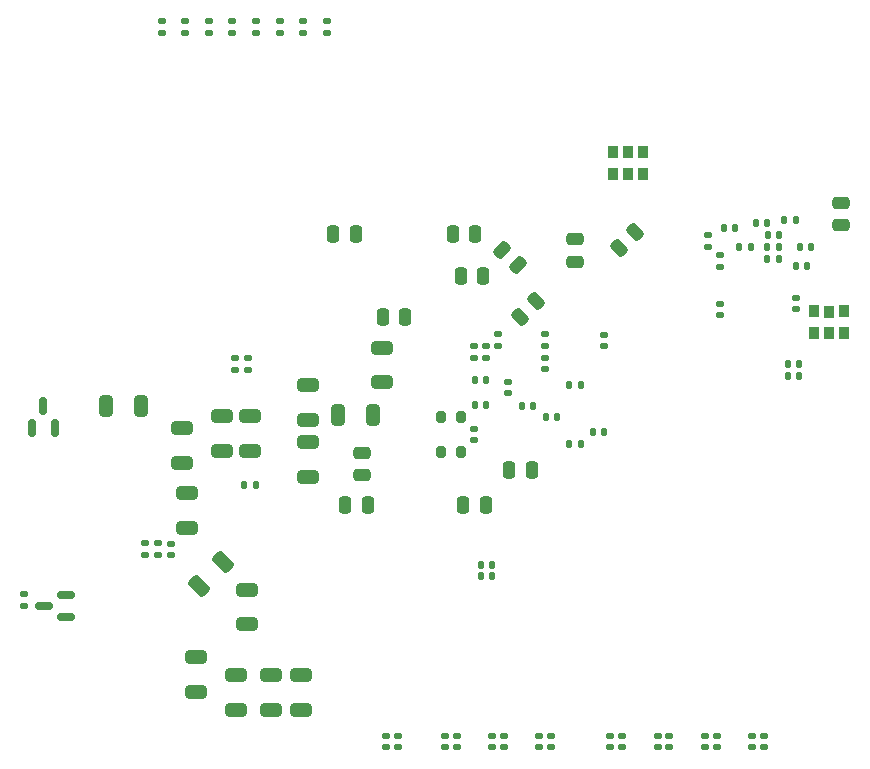
<source format=gbp>
G04 #@! TF.GenerationSoftware,KiCad,Pcbnew,6.0.11+dfsg-1*
G04 #@! TF.CreationDate,2023-08-05T12:29:55+02:00*
G04 #@! TF.ProjectId,kintex-pcie,6b696e74-6578-42d7-9063-69652e6b6963,rev?*
G04 #@! TF.SameCoordinates,Original*
G04 #@! TF.FileFunction,Paste,Bot*
G04 #@! TF.FilePolarity,Positive*
%FSLAX46Y46*%
G04 Gerber Fmt 4.6, Leading zero omitted, Abs format (unit mm)*
G04 Created by KiCad (PCBNEW 6.0.11+dfsg-1) date 2023-08-05 12:29:55*
%MOMM*%
%LPD*%
G01*
G04 APERTURE LIST*
G04 Aperture macros list*
%AMRoundRect*
0 Rectangle with rounded corners*
0 $1 Rounding radius*
0 $2 $3 $4 $5 $6 $7 $8 $9 X,Y pos of 4 corners*
0 Add a 4 corners polygon primitive as box body*
4,1,4,$2,$3,$4,$5,$6,$7,$8,$9,$2,$3,0*
0 Add four circle primitives for the rounded corners*
1,1,$1+$1,$2,$3*
1,1,$1+$1,$4,$5*
1,1,$1+$1,$6,$7*
1,1,$1+$1,$8,$9*
0 Add four rect primitives between the rounded corners*
20,1,$1+$1,$2,$3,$4,$5,0*
20,1,$1+$1,$4,$5,$6,$7,0*
20,1,$1+$1,$6,$7,$8,$9,0*
20,1,$1+$1,$8,$9,$2,$3,0*%
G04 Aperture macros list end*
%ADD10RoundRect,0.140000X0.170000X-0.140000X0.170000X0.140000X-0.170000X0.140000X-0.170000X-0.140000X0*%
%ADD11RoundRect,0.135000X-0.135000X-0.185000X0.135000X-0.185000X0.135000X0.185000X-0.135000X0.185000X0*%
%ADD12RoundRect,0.140000X0.140000X0.170000X-0.140000X0.170000X-0.140000X-0.170000X0.140000X-0.170000X0*%
%ADD13RoundRect,0.135000X-0.185000X0.135000X-0.185000X-0.135000X0.185000X-0.135000X0.185000X0.135000X0*%
%ADD14RoundRect,0.250000X-0.650000X0.325000X-0.650000X-0.325000X0.650000X-0.325000X0.650000X0.325000X0*%
%ADD15RoundRect,0.250000X-0.250000X-0.475000X0.250000X-0.475000X0.250000X0.475000X-0.250000X0.475000X0*%
%ADD16RoundRect,0.140000X-0.140000X-0.170000X0.140000X-0.170000X0.140000X0.170000X-0.140000X0.170000X0*%
%ADD17RoundRect,0.250000X0.325000X0.650000X-0.325000X0.650000X-0.325000X-0.650000X0.325000X-0.650000X0*%
%ADD18RoundRect,0.200000X0.200000X0.275000X-0.200000X0.275000X-0.200000X-0.275000X0.200000X-0.275000X0*%
%ADD19RoundRect,0.140000X-0.170000X0.140000X-0.170000X-0.140000X0.170000X-0.140000X0.170000X0.140000X0*%
%ADD20R,0.860000X1.050000*%
%ADD21R,0.820000X1.050000*%
%ADD22RoundRect,0.250000X0.650000X-0.325000X0.650000X0.325000X-0.650000X0.325000X-0.650000X-0.325000X0*%
%ADD23RoundRect,0.250000X0.475000X-0.250000X0.475000X0.250000X-0.475000X0.250000X-0.475000X-0.250000X0*%
%ADD24RoundRect,0.250000X-0.475000X0.250000X-0.475000X-0.250000X0.475000X-0.250000X0.475000X0.250000X0*%
%ADD25RoundRect,0.250000X0.250000X0.475000X-0.250000X0.475000X-0.250000X-0.475000X0.250000X-0.475000X0*%
%ADD26RoundRect,0.250000X-0.229810X0.689429X-0.689429X0.229810X0.229810X-0.689429X0.689429X-0.229810X0*%
%ADD27RoundRect,0.150000X0.150000X-0.587500X0.150000X0.587500X-0.150000X0.587500X-0.150000X-0.587500X0*%
%ADD28RoundRect,0.135000X0.135000X0.185000X-0.135000X0.185000X-0.135000X-0.185000X0.135000X-0.185000X0*%
%ADD29RoundRect,0.150000X0.587500X0.150000X-0.587500X0.150000X-0.587500X-0.150000X0.587500X-0.150000X0*%
%ADD30RoundRect,0.135000X0.185000X-0.135000X0.185000X0.135000X-0.185000X0.135000X-0.185000X-0.135000X0*%
%ADD31RoundRect,0.250000X0.159099X-0.512652X0.512652X-0.159099X-0.159099X0.512652X-0.512652X0.159099X0*%
%ADD32RoundRect,0.250000X-0.512652X-0.159099X-0.159099X-0.512652X0.512652X0.159099X0.159099X0.512652X0*%
G04 APERTURE END LIST*
D10*
X85500000Y-116980000D03*
X85500000Y-116020000D03*
X84500000Y-116980000D03*
X84500000Y-116020000D03*
D11*
X111790000Y-75600000D03*
X112810000Y-75600000D03*
D12*
X114180000Y-72300000D03*
X113220000Y-72300000D03*
D10*
X107500000Y-116980000D03*
X107500000Y-116020000D03*
D13*
X59100000Y-99690000D03*
X59100000Y-100710000D03*
D14*
X67700000Y-103625000D03*
X67700000Y-106575000D03*
D10*
X80500000Y-116980000D03*
X80500000Y-116020000D03*
D13*
X68500000Y-55490000D03*
X68500000Y-56510000D03*
D15*
X85850000Y-77100000D03*
X87750000Y-77100000D03*
D16*
X114520000Y-74600000D03*
X115480000Y-74600000D03*
D15*
X75050000Y-73500000D03*
X76950000Y-73500000D03*
D12*
X88480000Y-101500000D03*
X87520000Y-101500000D03*
D17*
X78375000Y-88800000D03*
X75425000Y-88800000D03*
D18*
X85825000Y-89000000D03*
X84175000Y-89000000D03*
D19*
X87000000Y-83020000D03*
X87000000Y-83980000D03*
D10*
X88000000Y-83980000D03*
X88000000Y-83020000D03*
D13*
X62500000Y-55490000D03*
X62500000Y-56510000D03*
D14*
X66800000Y-110825000D03*
X66800000Y-113775000D03*
D19*
X89800000Y-86020000D03*
X89800000Y-86980000D03*
D20*
X98710000Y-66570000D03*
D21*
X100000000Y-66600000D03*
D20*
X101290000Y-66570000D03*
X101290000Y-68430000D03*
D21*
X100000000Y-68430000D03*
D20*
X98710000Y-68430000D03*
D10*
X88500000Y-116980000D03*
X88500000Y-116020000D03*
D14*
X62700000Y-95425000D03*
X62700000Y-98375000D03*
D10*
X110500000Y-116980000D03*
X110500000Y-116020000D03*
D22*
X72900000Y-89275000D03*
X72900000Y-86325000D03*
D19*
X98000000Y-82070000D03*
X98000000Y-83030000D03*
D10*
X106500000Y-116980000D03*
X106500000Y-116020000D03*
D14*
X72300000Y-110825000D03*
X72300000Y-113775000D03*
D16*
X108120000Y-73000000D03*
X109080000Y-73000000D03*
D22*
X68000000Y-91875000D03*
X68000000Y-88925000D03*
D23*
X95500000Y-75850000D03*
X95500000Y-73950000D03*
D15*
X76050000Y-96500000D03*
X77950000Y-96500000D03*
D24*
X118000000Y-70850000D03*
X118000000Y-72750000D03*
X77500000Y-92050000D03*
X77500000Y-93950000D03*
D13*
X60500000Y-55490000D03*
X60500000Y-56510000D03*
D25*
X91850000Y-93500000D03*
X89950000Y-93500000D03*
D26*
X65742983Y-101257017D03*
X63657017Y-103342983D03*
D22*
X65600000Y-91875000D03*
X65600000Y-88925000D03*
D10*
X93500000Y-116980000D03*
X93500000Y-116020000D03*
D16*
X109420000Y-74600000D03*
X110380000Y-74600000D03*
D10*
X93000000Y-84980000D03*
X93000000Y-84020000D03*
D27*
X51450000Y-89937500D03*
X49550000Y-89937500D03*
X50500000Y-88062500D03*
D28*
X96010000Y-86270000D03*
X94990000Y-86270000D03*
D14*
X63400000Y-109325000D03*
X63400000Y-112275000D03*
D10*
X61300000Y-100680000D03*
X61300000Y-99720000D03*
X103500000Y-116980000D03*
X103500000Y-116020000D03*
D14*
X69800000Y-110825000D03*
X69800000Y-113775000D03*
D13*
X66700000Y-83990000D03*
X66700000Y-85010000D03*
D16*
X95020000Y-91300000D03*
X95980000Y-91300000D03*
D12*
X114480000Y-85500000D03*
X113520000Y-85500000D03*
D16*
X111820000Y-73600000D03*
X112780000Y-73600000D03*
D25*
X81150000Y-80500000D03*
X79250000Y-80500000D03*
D16*
X114220000Y-76200000D03*
X115180000Y-76200000D03*
D29*
X52437500Y-104050000D03*
X52437500Y-105950000D03*
X50562500Y-105000000D03*
D12*
X114480000Y-84500000D03*
X113520000Y-84500000D03*
D10*
X92500000Y-116980000D03*
X92500000Y-116020000D03*
X107800000Y-76280000D03*
X107800000Y-75320000D03*
X89500000Y-116980000D03*
X89500000Y-116020000D03*
D13*
X74500000Y-55490000D03*
X74500000Y-56510000D03*
X48900000Y-103990000D03*
X48900000Y-105010000D03*
D12*
X97980000Y-90300000D03*
X97020000Y-90300000D03*
D15*
X85150000Y-73500000D03*
X87050000Y-73500000D03*
D10*
X87000000Y-90980000D03*
X87000000Y-90020000D03*
X102500000Y-116980000D03*
X102500000Y-116020000D03*
D22*
X79200000Y-86075000D03*
X79200000Y-83125000D03*
D30*
X60200000Y-100710000D03*
X60200000Y-99690000D03*
D12*
X88480000Y-102500000D03*
X87520000Y-102500000D03*
D28*
X68510000Y-94800000D03*
X67490000Y-94800000D03*
D22*
X62230000Y-92915000D03*
X62230000Y-89965000D03*
D13*
X64500000Y-55490000D03*
X64500000Y-56510000D03*
D10*
X89000000Y-82980000D03*
X89000000Y-82020000D03*
D12*
X87980000Y-85900000D03*
X87020000Y-85900000D03*
D10*
X93000000Y-82980000D03*
X93000000Y-82020000D03*
D15*
X86050000Y-96500000D03*
X87950000Y-96500000D03*
D19*
X114200000Y-78920000D03*
X114200000Y-79880000D03*
D10*
X98500000Y-116980000D03*
X98500000Y-116020000D03*
X107800000Y-80380000D03*
X107800000Y-79420000D03*
D20*
X115710000Y-80070000D03*
D21*
X117000000Y-80100000D03*
D20*
X118290000Y-80070000D03*
X118290000Y-81930000D03*
D21*
X117000000Y-81930000D03*
D20*
X115710000Y-81930000D03*
D13*
X66500000Y-55490000D03*
X66500000Y-56510000D03*
D10*
X106800000Y-74580000D03*
X106800000Y-73620000D03*
D31*
X90828249Y-80571751D03*
X92171751Y-79228249D03*
D10*
X79500000Y-116980000D03*
X79500000Y-116020000D03*
D12*
X87980000Y-88000000D03*
X87020000Y-88000000D03*
D16*
X93020000Y-89000000D03*
X93980000Y-89000000D03*
D13*
X72500000Y-55490000D03*
X72500000Y-56510000D03*
D12*
X111780000Y-72600000D03*
X110820000Y-72600000D03*
D14*
X72900000Y-91125000D03*
X72900000Y-94075000D03*
D10*
X111500000Y-116980000D03*
X111500000Y-116020000D03*
D32*
X89328249Y-74828249D03*
X90671751Y-76171751D03*
D10*
X99500000Y-116980000D03*
X99500000Y-116020000D03*
D31*
X99228249Y-74671751D03*
X100571751Y-73328249D03*
D13*
X67800000Y-83990000D03*
X67800000Y-85010000D03*
D18*
X85825000Y-92000000D03*
X84175000Y-92000000D03*
D12*
X91980000Y-88100000D03*
X91020000Y-88100000D03*
D13*
X70500000Y-55490000D03*
X70500000Y-56510000D03*
D17*
X58775000Y-88100000D03*
X55825000Y-88100000D03*
D28*
X112810000Y-74600000D03*
X111790000Y-74600000D03*
M02*

</source>
